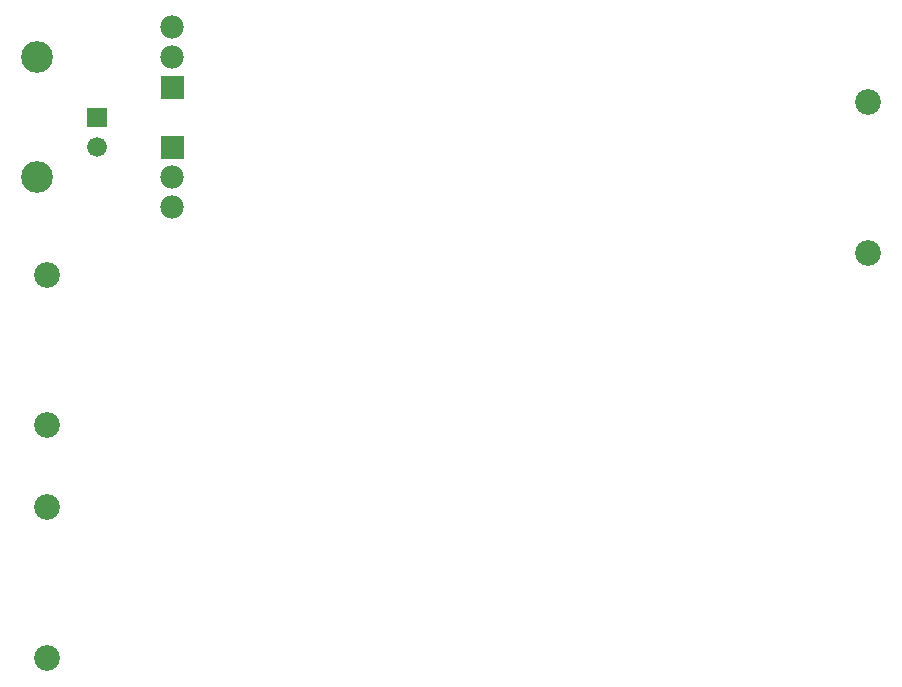
<source format=gbr>
G04 start of page 9 for group -4062 idx -4062 *
G04 Title: (unknown), soldermask *
G04 Creator: pcb 1.99z *
G04 CreationDate: Wed 27 Mar 2013 05:03:31 PM GMT UTC *
G04 For: nock *
G04 Format: Gerber/RS-274X *
G04 PCB-Dimensions (mil): 6000.00 5000.00 *
G04 PCB-Coordinate-Origin: lower left *
%MOIN*%
%FSLAX25Y25*%
%LNBOTTOMMASK*%
%ADD73C,0.0660*%
%ADD72C,0.1060*%
%ADD71C,0.0860*%
%ADD70C,0.0780*%
%ADD69C,0.0001*%
G54D69*G36*
X141100Y233900D02*Y226100D01*
X148900D01*
Y233900D01*
X141100D01*
G37*
G54D70*X145000Y240000D03*
Y250000D03*
G54D69*G36*
X141100Y213900D02*Y206100D01*
X148900D01*
Y213900D01*
X141100D01*
G37*
G54D70*X145000Y200000D03*
Y190000D03*
G54D71*X103200Y167600D03*
Y117400D03*
Y90100D03*
Y39900D03*
X376800Y174900D03*
Y225100D03*
G54D69*G36*
X116700Y223300D02*Y216700D01*
X123300D01*
Y223300D01*
X116700D01*
G37*
G54D72*X100000Y240000D03*
G54D73*X120000Y210000D03*
G54D72*X100000Y200000D03*
M02*

</source>
